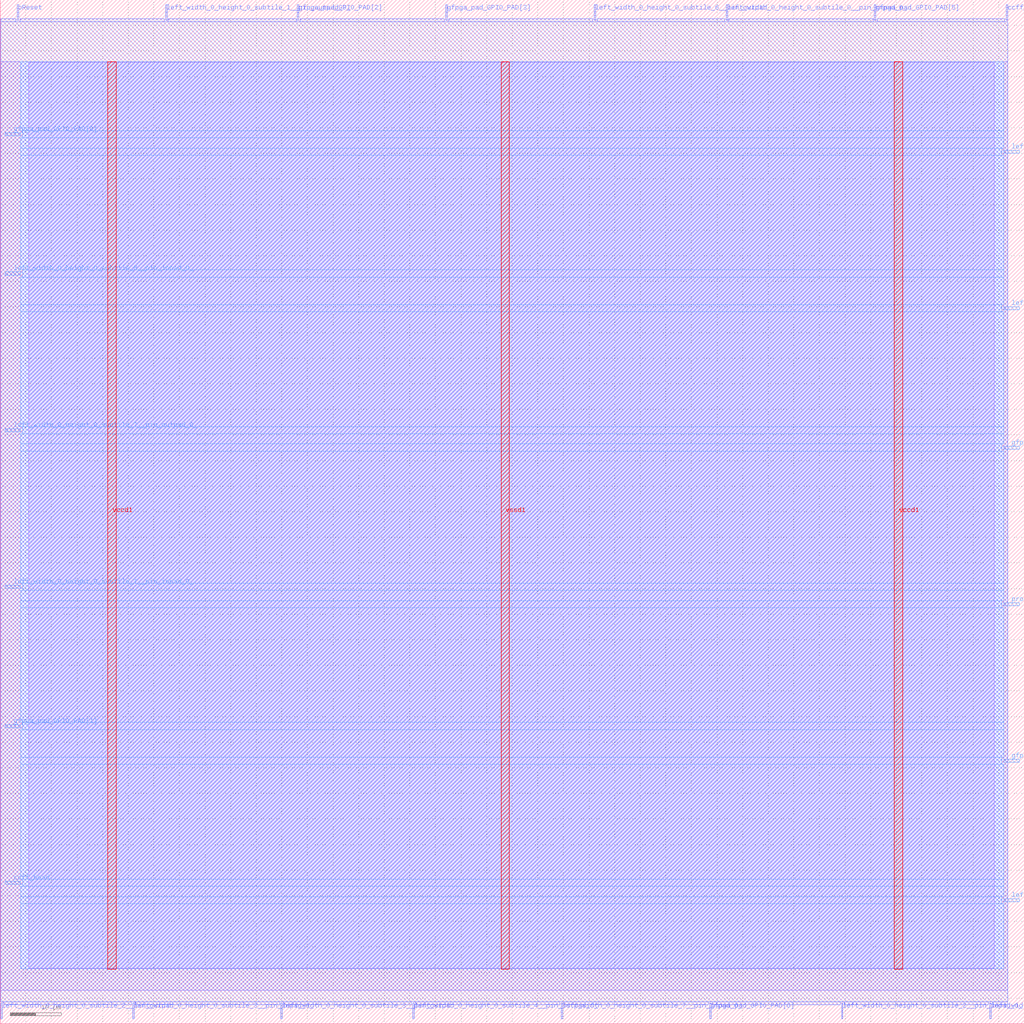
<source format=lef>
VERSION 5.7 ;
  NOWIREEXTENSIONATPIN ON ;
  DIVIDERCHAR "/" ;
  BUSBITCHARS "[]" ;
MACRO grid_io_right
  CLASS BLOCK ;
  FOREIGN grid_io_right ;
  ORIGIN 0.000 0.000 ;
  SIZE 200.000 BY 200.000 ;
  PIN ccff_head
    DIRECTION INPUT ;
    USE SIGNAL ;
    PORT
      LAYER met3 ;
        RECT 1.000 27.240 4.000 27.840 ;
    END
  END ccff_head
  PIN ccff_tail
    DIRECTION OUTPUT TRISTATE ;
    USE SIGNAL ;
    PORT
      LAYER met2 ;
        RECT 196.510 196.000 196.790 199.000 ;
    END
  END ccff_tail
  PIN gfpga_pad_GPIO_PAD[0]
    DIRECTION INOUT ;
    USE SIGNAL ;
    PORT
      LAYER met3 ;
        RECT 1.000 173.440 4.000 174.040 ;
    END
  END gfpga_pad_GPIO_PAD[0]
  PIN gfpga_pad_GPIO_PAD[1]
    DIRECTION INOUT ;
    USE SIGNAL ;
    PORT
      LAYER met3 ;
        RECT 1.000 57.840 4.000 58.440 ;
    END
  END gfpga_pad_GPIO_PAD[1]
  PIN gfpga_pad_GPIO_PAD[2]
    DIRECTION INOUT ;
    USE SIGNAL ;
    PORT
      LAYER met2 ;
        RECT 58.050 196.000 58.330 199.000 ;
    END
  END gfpga_pad_GPIO_PAD[2]
  PIN gfpga_pad_GPIO_PAD[3]
    DIRECTION INOUT ;
    USE SIGNAL ;
    PORT
      LAYER met2 ;
        RECT 87.030 196.000 87.310 199.000 ;
    END
  END gfpga_pad_GPIO_PAD[3]
  PIN gfpga_pad_GPIO_PAD[4]
    DIRECTION INOUT ;
    USE SIGNAL ;
    PORT
      LAYER met3 ;
        RECT 196.000 51.040 199.000 51.640 ;
    END
  END gfpga_pad_GPIO_PAD[4]
  PIN gfpga_pad_GPIO_PAD[5]
    DIRECTION INOUT ;
    USE SIGNAL ;
    PORT
      LAYER met2 ;
        RECT 170.750 196.000 171.030 199.000 ;
    END
  END gfpga_pad_GPIO_PAD[5]
  PIN gfpga_pad_GPIO_PAD[6]
    DIRECTION INOUT ;
    USE SIGNAL ;
    PORT
      LAYER met2 ;
        RECT 138.550 1.000 138.830 4.000 ;
    END
  END gfpga_pad_GPIO_PAD[6]
  PIN gfpga_pad_GPIO_PAD[7]
    DIRECTION INOUT ;
    USE SIGNAL ;
    PORT
      LAYER met3 ;
        RECT 196.000 112.240 199.000 112.840 ;
    END
  END gfpga_pad_GPIO_PAD[7]
  PIN left_width_0_height_0_subtile_0__pin_inpad_0_
    DIRECTION OUTPUT TRISTATE ;
    USE SIGNAL ;
    PORT
      LAYER met2 ;
        RECT 141.770 196.000 142.050 199.000 ;
    END
  END left_width_0_height_0_subtile_0__pin_inpad_0_
  PIN left_width_0_height_0_subtile_0__pin_outpad_0_
    DIRECTION INPUT ;
    USE SIGNAL ;
    PORT
      LAYER met2 ;
        RECT 193.290 1.000 193.570 4.000 ;
    END
  END left_width_0_height_0_subtile_0__pin_outpad_0_
  PIN left_width_0_height_0_subtile_1__pin_inpad_0_
    DIRECTION OUTPUT TRISTATE ;
    USE SIGNAL ;
    PORT
      LAYER met3 ;
        RECT 1.000 85.040 4.000 85.640 ;
    END
  END left_width_0_height_0_subtile_1__pin_inpad_0_
  PIN left_width_0_height_0_subtile_1__pin_outpad_0_
    DIRECTION INPUT ;
    USE SIGNAL ;
    PORT
      LAYER met2 ;
        RECT 32.290 196.000 32.570 199.000 ;
    END
  END left_width_0_height_0_subtile_1__pin_outpad_0_
  PIN left_width_0_height_0_subtile_2__pin_inpad_0_
    DIRECTION OUTPUT TRISTATE ;
    USE SIGNAL ;
    PORT
      LAYER met2 ;
        RECT 164.310 1.000 164.590 4.000 ;
    END
  END left_width_0_height_0_subtile_2__pin_inpad_0_
  PIN left_width_0_height_0_subtile_2__pin_outpad_0_
    DIRECTION INPUT ;
    USE SIGNAL ;
    PORT
      LAYER met2 ;
        RECT 0.090 1.000 0.370 4.000 ;
    END
  END left_width_0_height_0_subtile_2__pin_outpad_0_
  PIN left_width_0_height_0_subtile_3__pin_inpad_0_
    DIRECTION OUTPUT TRISTATE ;
    USE SIGNAL ;
    PORT
      LAYER met2 ;
        RECT 25.850 1.000 26.130 4.000 ;
    END
  END left_width_0_height_0_subtile_3__pin_inpad_0_
  PIN left_width_0_height_0_subtile_3__pin_outpad_0_
    DIRECTION INPUT ;
    USE SIGNAL ;
    PORT
      LAYER met2 ;
        RECT 54.830 1.000 55.110 4.000 ;
    END
  END left_width_0_height_0_subtile_3__pin_outpad_0_
  PIN left_width_0_height_0_subtile_4__pin_inpad_0_
    DIRECTION OUTPUT TRISTATE ;
    USE SIGNAL ;
    PORT
      LAYER met3 ;
        RECT 196.000 23.840 199.000 24.440 ;
    END
  END left_width_0_height_0_subtile_4__pin_inpad_0_
  PIN left_width_0_height_0_subtile_4__pin_outpad_0_
    DIRECTION INPUT ;
    USE SIGNAL ;
    PORT
      LAYER met2 ;
        RECT 80.590 1.000 80.870 4.000 ;
    END
  END left_width_0_height_0_subtile_4__pin_outpad_0_
  PIN left_width_0_height_0_subtile_5__pin_inpad_0_
    DIRECTION OUTPUT TRISTATE ;
    USE SIGNAL ;
    PORT
      LAYER met3 ;
        RECT 196.000 139.440 199.000 140.040 ;
    END
  END left_width_0_height_0_subtile_5__pin_inpad_0_
  PIN left_width_0_height_0_subtile_5__pin_outpad_0_
    DIRECTION INPUT ;
    USE SIGNAL ;
    PORT
      LAYER met3 ;
        RECT 196.000 170.040 199.000 170.640 ;
    END
  END left_width_0_height_0_subtile_5__pin_outpad_0_
  PIN left_width_0_height_0_subtile_6__pin_inpad_0_
    DIRECTION OUTPUT TRISTATE ;
    USE SIGNAL ;
    PORT
      LAYER met3 ;
        RECT 1.000 146.240 4.000 146.840 ;
    END
  END left_width_0_height_0_subtile_6__pin_inpad_0_
  PIN left_width_0_height_0_subtile_6__pin_outpad_0_
    DIRECTION INPUT ;
    USE SIGNAL ;
    PORT
      LAYER met2 ;
        RECT 116.010 196.000 116.290 199.000 ;
    END
  END left_width_0_height_0_subtile_6__pin_outpad_0_
  PIN left_width_0_height_0_subtile_7__pin_inpad_0_
    DIRECTION OUTPUT TRISTATE ;
    USE SIGNAL ;
    PORT
      LAYER met2 ;
        RECT 109.570 1.000 109.850 4.000 ;
    END
  END left_width_0_height_0_subtile_7__pin_inpad_0_
  PIN left_width_0_height_0_subtile_7__pin_outpad_0_
    DIRECTION INPUT ;
    USE SIGNAL ;
    PORT
      LAYER met3 ;
        RECT 1.000 115.640 4.000 116.240 ;
    END
  END left_width_0_height_0_subtile_7__pin_outpad_0_
  PIN pReset
    DIRECTION INPUT ;
    USE SIGNAL ;
    PORT
      LAYER met2 ;
        RECT 3.310 196.000 3.590 199.000 ;
    END
  END pReset
  PIN prog_clk
    DIRECTION INPUT ;
    USE SIGNAL ;
    PORT
      LAYER met3 ;
        RECT 196.000 81.640 199.000 82.240 ;
    END
  END prog_clk
  PIN vccd1
    DIRECTION INOUT ;
    USE POWER ;
    PORT
      LAYER met4 ;
        RECT 21.040 10.640 22.640 187.920 ;
    END
    PORT
      LAYER met4 ;
        RECT 174.640 10.640 176.240 187.920 ;
    END
  END vccd1
  PIN vssd1
    DIRECTION INOUT ;
    USE GROUND ;
    PORT
      LAYER met4 ;
        RECT 97.840 10.640 99.440 187.920 ;
    END
  END vssd1
  OBS
      LAYER li1 ;
        RECT 5.520 10.795 194.120 187.765 ;
      LAYER met1 ;
        RECT 0.070 6.500 196.810 187.920 ;
      LAYER met2 ;
        RECT 0.100 195.720 3.030 196.250 ;
        RECT 3.870 195.720 32.010 196.250 ;
        RECT 32.850 195.720 57.770 196.250 ;
        RECT 58.610 195.720 86.750 196.250 ;
        RECT 87.590 195.720 115.730 196.250 ;
        RECT 116.570 195.720 141.490 196.250 ;
        RECT 142.330 195.720 170.470 196.250 ;
        RECT 171.310 195.720 196.230 196.250 ;
        RECT 0.100 4.280 196.780 195.720 ;
        RECT 0.650 3.670 25.570 4.280 ;
        RECT 26.410 3.670 54.550 4.280 ;
        RECT 55.390 3.670 80.310 4.280 ;
        RECT 81.150 3.670 109.290 4.280 ;
        RECT 110.130 3.670 138.270 4.280 ;
        RECT 139.110 3.670 164.030 4.280 ;
        RECT 164.870 3.670 193.010 4.280 ;
        RECT 193.850 3.670 196.780 4.280 ;
      LAYER met3 ;
        RECT 4.000 174.440 196.000 187.845 ;
        RECT 4.400 173.040 196.000 174.440 ;
        RECT 4.000 171.040 196.000 173.040 ;
        RECT 4.000 169.640 195.600 171.040 ;
        RECT 4.000 147.240 196.000 169.640 ;
        RECT 4.400 145.840 196.000 147.240 ;
        RECT 4.000 140.440 196.000 145.840 ;
        RECT 4.000 139.040 195.600 140.440 ;
        RECT 4.000 116.640 196.000 139.040 ;
        RECT 4.400 115.240 196.000 116.640 ;
        RECT 4.000 113.240 196.000 115.240 ;
        RECT 4.000 111.840 195.600 113.240 ;
        RECT 4.000 86.040 196.000 111.840 ;
        RECT 4.400 84.640 196.000 86.040 ;
        RECT 4.000 82.640 196.000 84.640 ;
        RECT 4.000 81.240 195.600 82.640 ;
        RECT 4.000 58.840 196.000 81.240 ;
        RECT 4.400 57.440 196.000 58.840 ;
        RECT 4.000 52.040 196.000 57.440 ;
        RECT 4.000 50.640 195.600 52.040 ;
        RECT 4.000 28.240 196.000 50.640 ;
        RECT 4.400 26.840 196.000 28.240 ;
        RECT 4.000 24.840 196.000 26.840 ;
        RECT 4.000 23.440 195.600 24.840 ;
        RECT 4.000 10.715 196.000 23.440 ;
  END
END grid_io_right
END LIBRARY


</source>
